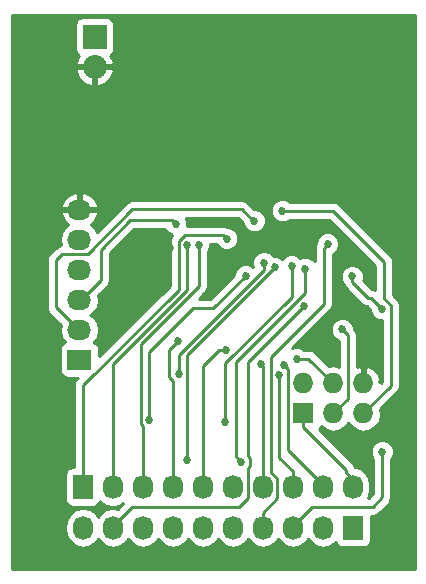
<source format=gbl>
G04 #@! TF.FileFunction,Copper,L2,Bot,Signal*
%FSLAX46Y46*%
G04 Gerber Fmt 4.6, Leading zero omitted, Abs format (unit mm)*
G04 Created by KiCad (PCBNEW 4.0.1-3.201512221402+6198~38~ubuntu14.04.1-stable) date Tue 12 Jul 2016 08:06:01 PM PDT*
%MOMM*%
G01*
G04 APERTURE LIST*
%ADD10C,0.100000*%
%ADD11R,2.032000X2.032000*%
%ADD12O,2.032000X2.032000*%
%ADD13R,1.727200X2.032000*%
%ADD14O,1.727200X2.032000*%
%ADD15R,2.032000X1.727200*%
%ADD16O,2.032000X1.727200*%
%ADD17R,1.727200X1.727200*%
%ADD18O,1.727200X1.727200*%
%ADD19C,0.685800*%
%ADD20C,0.254000*%
G04 APERTURE END LIST*
D10*
D11*
X113284000Y-89662000D03*
D12*
X113284000Y-92202000D03*
D13*
X112268000Y-127762000D03*
D14*
X114808000Y-127762000D03*
X117348000Y-127762000D03*
X119888000Y-127762000D03*
X122428000Y-127762000D03*
X124968000Y-127762000D03*
X127508000Y-127762000D03*
X130048000Y-127762000D03*
X132588000Y-127762000D03*
X135128000Y-127762000D03*
D13*
X135153400Y-131216400D03*
D14*
X132613400Y-131216400D03*
X130073400Y-131216400D03*
X127533400Y-131216400D03*
X124993400Y-131216400D03*
X122453400Y-131216400D03*
X119913400Y-131216400D03*
X117373400Y-131216400D03*
X114833400Y-131216400D03*
X112293400Y-131216400D03*
D15*
X111988600Y-116992400D03*
D16*
X111988600Y-114452400D03*
X111988600Y-111912400D03*
X111988600Y-109372400D03*
X111988600Y-106832400D03*
X111988600Y-104292400D03*
D17*
X130937000Y-121539000D03*
D18*
X130937000Y-118999000D03*
X133477000Y-121539000D03*
X133477000Y-118999000D03*
X136017000Y-121539000D03*
X136017000Y-118999000D03*
D19*
X129159000Y-104378000D03*
X119650603Y-107559963D03*
X122643920Y-111633000D03*
X117348000Y-110871000D03*
X114808000Y-112141000D03*
X135763000Y-108458000D03*
X119634000Y-106553000D03*
X126777526Y-105223882D03*
X120142000Y-105537000D03*
X134239000Y-114427000D03*
X130371720Y-116898912D03*
X124460000Y-106730800D03*
X121098425Y-107268807D03*
X122072400Y-107289600D03*
X120307101Y-115404899D03*
X124409200Y-116128800D03*
X127393680Y-117367263D03*
X128892320Y-118291779D03*
X129286000Y-117398800D03*
X137617200Y-124764800D03*
X137566400Y-112674400D03*
X135077200Y-109931200D03*
X132994400Y-107188000D03*
X125691920Y-125628400D03*
X131114800Y-109270800D03*
X129946400Y-109016800D03*
X124307600Y-122275600D03*
X121107200Y-125476000D03*
X128524000Y-109169200D03*
X120383280Y-118224320D03*
X127609600Y-108762800D03*
X130966289Y-112475089D03*
X117906800Y-122072400D03*
X126067640Y-109883348D03*
D20*
X129643933Y-104378000D02*
X129159000Y-104378000D01*
X133461000Y-104378000D02*
X129643933Y-104378000D01*
X137795000Y-111831624D02*
X137795000Y-108712000D01*
X138341102Y-112377726D02*
X137795000Y-111831624D01*
X137795000Y-108712000D02*
X133461000Y-104378000D01*
X136017000Y-121539000D02*
X138341102Y-119214898D01*
X138341102Y-119214898D02*
X138341102Y-112377726D01*
X126686882Y-105223882D02*
X126777526Y-105223882D01*
X109982000Y-108585000D02*
X110515390Y-108051610D01*
X109982000Y-112547400D02*
X109982000Y-108585000D01*
X116466544Y-104267000D02*
X125730000Y-104267000D01*
X111861600Y-114427000D02*
X109982000Y-112547400D01*
X112014000Y-114427000D02*
X111861600Y-114427000D01*
X110515390Y-108051610D02*
X112681934Y-108051610D01*
X125730000Y-104267000D02*
X126686882Y-105223882D01*
X112681934Y-108051610D02*
X116466544Y-104267000D01*
X113792000Y-107659980D02*
X113792000Y-110261400D01*
X116257879Y-105194101D02*
X113792000Y-107659980D01*
X113792000Y-110261400D02*
X112166400Y-111887000D01*
X112166400Y-111887000D02*
X112014000Y-111887000D01*
X119799101Y-105194101D02*
X116257879Y-105194101D01*
X120142000Y-105537000D02*
X119799101Y-105194101D01*
X111861600Y-111887000D02*
X112014000Y-111887000D01*
X135128000Y-127101600D02*
X134569200Y-126542800D01*
X134569200Y-126542800D02*
X134569200Y-126288800D01*
X135128000Y-127762000D02*
X135128000Y-127101600D01*
X134569200Y-126288800D02*
X130937000Y-122656600D01*
X130937000Y-122656600D02*
X130937000Y-121539000D01*
X135128000Y-127762000D02*
X135128000Y-127609600D01*
X135128000Y-127609600D02*
X135178800Y-127558800D01*
X134721601Y-114909601D02*
X134239000Y-114427000D01*
X133477000Y-121539000D02*
X134721601Y-120294399D01*
X134721601Y-120294399D02*
X134721601Y-114909601D01*
X133477000Y-118999000D02*
X131376912Y-116898912D01*
X130856653Y-116898912D02*
X130371720Y-116898912D01*
X131376912Y-116898912D02*
X130856653Y-116898912D01*
X112268000Y-127762000D02*
X112268000Y-119155092D01*
X120907955Y-106387901D02*
X124117101Y-106387901D01*
X112268000Y-119155092D02*
X120374523Y-111048569D01*
X120374523Y-111048569D02*
X120374523Y-106921333D01*
X120374523Y-106921333D02*
X120907955Y-106387901D01*
X124117101Y-106387901D02*
X124460000Y-106730800D01*
X121098425Y-111043103D02*
X121098425Y-107753740D01*
X114808000Y-127762000D02*
X114808000Y-117333528D01*
X114808000Y-117333528D02*
X121098425Y-111043103D01*
X121098425Y-107753740D02*
X121098425Y-107268807D01*
X122072400Y-107774533D02*
X122072400Y-107289600D01*
X122072400Y-110787564D02*
X122072400Y-107774533D01*
X117166013Y-122402989D02*
X117166013Y-115693951D01*
X117348000Y-122584976D02*
X117166013Y-122402989D01*
X117348000Y-127762000D02*
X117348000Y-122584976D01*
X117166013Y-115693951D02*
X122072400Y-110787564D01*
X119888000Y-127762000D02*
X119888000Y-118800414D01*
X119888000Y-118800414D02*
X119545101Y-118457515D01*
X119545101Y-118457515D02*
X119545101Y-116166899D01*
X119545101Y-116166899D02*
X119888000Y-115824000D01*
X119888000Y-115824000D02*
X120307101Y-115404899D01*
X122428000Y-117500400D02*
X123799600Y-116128800D01*
X123799600Y-116128800D02*
X124409200Y-116128800D01*
X122428000Y-127762000D02*
X122428000Y-117500400D01*
X127508000Y-127762000D02*
X127508000Y-117481583D01*
X127508000Y-117481583D02*
X127393680Y-117367263D01*
X128892320Y-125285520D02*
X128892320Y-118776712D01*
X130048000Y-126441200D02*
X128892320Y-125285520D01*
X130048000Y-127762000D02*
X130048000Y-126441200D01*
X128892320Y-118776712D02*
X128892320Y-118291779D01*
X129286000Y-117398800D02*
X129628899Y-117741699D01*
X129628899Y-117741699D02*
X129628899Y-124650499D01*
X129628899Y-124650499D02*
X132588000Y-127609600D01*
X132588000Y-127609600D02*
X132588000Y-127762000D01*
X136804400Y-129438400D02*
X131699000Y-129438400D01*
X131699000Y-129438400D02*
X130073400Y-131064000D01*
X130073400Y-131064000D02*
X130073400Y-131216400D01*
X137617200Y-128625600D02*
X136804400Y-129438400D01*
X137617200Y-124764800D02*
X137617200Y-128625600D01*
X136398000Y-111736933D02*
X136628933Y-111736933D01*
X136628933Y-111736933D02*
X137566400Y-112674400D01*
X135077200Y-109931200D02*
X135077200Y-110416133D01*
X135077200Y-110416133D02*
X136398000Y-111736933D01*
X128168400Y-116738400D02*
X128168400Y-126509856D01*
X128168400Y-126509856D02*
X128752610Y-127094066D01*
X128752610Y-127094066D02*
X128752610Y-128727190D01*
X128752610Y-128727190D02*
X127533400Y-129946400D01*
X127533400Y-129946400D02*
X127533400Y-131216400D01*
X132651501Y-112255299D02*
X128168400Y-116738400D01*
X132994400Y-107188000D02*
X132651501Y-107530899D01*
X132651501Y-107530899D02*
X132651501Y-112255299D01*
X131114800Y-111302800D02*
X125222000Y-117195600D01*
X125349021Y-125285501D02*
X125691920Y-125628400D01*
X125222000Y-125158480D02*
X125349021Y-125285501D01*
X131114800Y-109270800D02*
X131114800Y-111302800D01*
X125222000Y-117195600D02*
X125222000Y-125158480D01*
X129946400Y-111651164D02*
X129946400Y-109501733D01*
X124307600Y-122275600D02*
X124307600Y-117289964D01*
X129946400Y-109501733D02*
X129946400Y-109016800D01*
X124307600Y-117289964D02*
X129946400Y-111651164D01*
X121107200Y-116586000D02*
X121107200Y-125476000D01*
X128524000Y-109169200D02*
X121107200Y-116586000D01*
X120383280Y-116591484D02*
X120383280Y-117739387D01*
X127609600Y-109365164D02*
X120383280Y-116591484D01*
X127609600Y-108762800D02*
X127609600Y-109365164D01*
X120383280Y-117739387D02*
X120383280Y-118224320D01*
X126263390Y-117177988D02*
X130623390Y-112817988D01*
X126415822Y-125975874D02*
X126415822Y-125280926D01*
X126263390Y-125128494D02*
X126263390Y-117177988D01*
X126263390Y-126128306D02*
X126415822Y-125975874D01*
X126263390Y-128701810D02*
X126263390Y-126128306D01*
X125526800Y-129438400D02*
X126263390Y-128701810D01*
X114833400Y-131064000D02*
X116459000Y-129438400D01*
X126415822Y-125280926D02*
X126263390Y-125128494D01*
X116459000Y-129438400D02*
X125526800Y-129438400D01*
X114833400Y-131216400D02*
X114833400Y-131064000D01*
X130623390Y-112817988D02*
X130966289Y-112475089D01*
X117889914Y-120531514D02*
X117906800Y-120548400D01*
X117906800Y-120548400D02*
X117906800Y-122072400D01*
X117889914Y-118224320D02*
X117889914Y-120531514D01*
X121564400Y-112623600D02*
X117889914Y-116298086D01*
X126067640Y-109883348D02*
X123327388Y-112623600D01*
X123327388Y-112623600D02*
X121564400Y-112623600D01*
X117889914Y-117739387D02*
X117889914Y-118224320D01*
X117889914Y-116298086D02*
X117889914Y-117739387D01*
G36*
X140387000Y-134672000D02*
X106247000Y-134672000D01*
X106247000Y-108585000D01*
X109220000Y-108585000D01*
X109220000Y-112547400D01*
X109278004Y-112839005D01*
X109394869Y-113013905D01*
X109443185Y-113086215D01*
X110388893Y-114031923D01*
X110305255Y-114452400D01*
X110419329Y-115025889D01*
X110744185Y-115512070D01*
X110758513Y-115521643D01*
X110737283Y-115525638D01*
X110521159Y-115664710D01*
X110376169Y-115876910D01*
X110325160Y-116128800D01*
X110325160Y-117856000D01*
X110369438Y-118091317D01*
X110508510Y-118307441D01*
X110720710Y-118452431D01*
X110972600Y-118503440D01*
X111842022Y-118503440D01*
X111729185Y-118616277D01*
X111564004Y-118863487D01*
X111506000Y-119155092D01*
X111506000Y-126098560D01*
X111404400Y-126098560D01*
X111169083Y-126142838D01*
X110952959Y-126281910D01*
X110807969Y-126494110D01*
X110756960Y-126746000D01*
X110756960Y-128778000D01*
X110801238Y-129013317D01*
X110940310Y-129229441D01*
X111152510Y-129374431D01*
X111404400Y-129425440D01*
X113131600Y-129425440D01*
X113366917Y-129381162D01*
X113583041Y-129242090D01*
X113728031Y-129029890D01*
X113736400Y-128988561D01*
X113748330Y-129006415D01*
X114234511Y-129331271D01*
X114808000Y-129445345D01*
X115381489Y-129331271D01*
X115703980Y-129115789D01*
X115211505Y-129608265D01*
X114833400Y-129533055D01*
X114259911Y-129647129D01*
X113773730Y-129971985D01*
X113563400Y-130286766D01*
X113353070Y-129971985D01*
X112866889Y-129647129D01*
X112293400Y-129533055D01*
X111719911Y-129647129D01*
X111233730Y-129971985D01*
X110908874Y-130458166D01*
X110794800Y-131031655D01*
X110794800Y-131401145D01*
X110908874Y-131974634D01*
X111233730Y-132460815D01*
X111719911Y-132785671D01*
X112293400Y-132899745D01*
X112866889Y-132785671D01*
X113353070Y-132460815D01*
X113563400Y-132146034D01*
X113773730Y-132460815D01*
X114259911Y-132785671D01*
X114833400Y-132899745D01*
X115406889Y-132785671D01*
X115893070Y-132460815D01*
X116103400Y-132146034D01*
X116313730Y-132460815D01*
X116799911Y-132785671D01*
X117373400Y-132899745D01*
X117946889Y-132785671D01*
X118433070Y-132460815D01*
X118643400Y-132146034D01*
X118853730Y-132460815D01*
X119339911Y-132785671D01*
X119913400Y-132899745D01*
X120486889Y-132785671D01*
X120973070Y-132460815D01*
X121183400Y-132146034D01*
X121393730Y-132460815D01*
X121879911Y-132785671D01*
X122453400Y-132899745D01*
X123026889Y-132785671D01*
X123513070Y-132460815D01*
X123723400Y-132146034D01*
X123933730Y-132460815D01*
X124419911Y-132785671D01*
X124993400Y-132899745D01*
X125566889Y-132785671D01*
X126053070Y-132460815D01*
X126263400Y-132146034D01*
X126473730Y-132460815D01*
X126959911Y-132785671D01*
X127533400Y-132899745D01*
X128106889Y-132785671D01*
X128593070Y-132460815D01*
X128803400Y-132146034D01*
X129013730Y-132460815D01*
X129499911Y-132785671D01*
X130073400Y-132899745D01*
X130646889Y-132785671D01*
X131133070Y-132460815D01*
X131343400Y-132146034D01*
X131553730Y-132460815D01*
X132039911Y-132785671D01*
X132613400Y-132899745D01*
X133186889Y-132785671D01*
X133673070Y-132460815D01*
X133682643Y-132446487D01*
X133686638Y-132467717D01*
X133825710Y-132683841D01*
X134037910Y-132828831D01*
X134289800Y-132879840D01*
X136017000Y-132879840D01*
X136252317Y-132835562D01*
X136468441Y-132696490D01*
X136613431Y-132484290D01*
X136664440Y-132232400D01*
X136664440Y-130200400D01*
X136804400Y-130200400D01*
X137096005Y-130142396D01*
X137343215Y-129977215D01*
X138156016Y-129164415D01*
X138270274Y-128993415D01*
X138321196Y-128917205D01*
X138379200Y-128625600D01*
X138379200Y-125385883D01*
X138445740Y-125319459D01*
X138594930Y-124960170D01*
X138595269Y-124571137D01*
X138446707Y-124211588D01*
X138171859Y-123936260D01*
X137812570Y-123787070D01*
X137423537Y-123786731D01*
X137063988Y-123935293D01*
X136788660Y-124210141D01*
X136639470Y-124569430D01*
X136639131Y-124958463D01*
X136787693Y-125318012D01*
X136855200Y-125385637D01*
X136855200Y-128309969D01*
X136488770Y-128676400D01*
X136408179Y-128676400D01*
X136512526Y-128520234D01*
X136626600Y-127946745D01*
X136626600Y-127577255D01*
X136512526Y-127003766D01*
X136187670Y-126517585D01*
X135701489Y-126192729D01*
X135296049Y-126112082D01*
X135273197Y-125997196D01*
X135108016Y-125749985D01*
X132235417Y-122877387D01*
X132252041Y-122866690D01*
X132397031Y-122654490D01*
X132405864Y-122610869D01*
X132417330Y-122628029D01*
X132903511Y-122952885D01*
X133477000Y-123066959D01*
X134050489Y-122952885D01*
X134536670Y-122628029D01*
X134747000Y-122313248D01*
X134957330Y-122628029D01*
X135443511Y-122952885D01*
X136017000Y-123066959D01*
X136590489Y-122952885D01*
X137076670Y-122628029D01*
X137401526Y-122141848D01*
X137515600Y-121568359D01*
X137515600Y-121509641D01*
X137450628Y-121183003D01*
X138879918Y-119753713D01*
X139045099Y-119506502D01*
X139103102Y-119214898D01*
X139103102Y-112377726D01*
X139045098Y-112086121D01*
X138879917Y-111838911D01*
X138557000Y-111515994D01*
X138557000Y-108712000D01*
X138535351Y-108603164D01*
X138498997Y-108420396D01*
X138333816Y-108173185D01*
X133999815Y-103839185D01*
X133833692Y-103728185D01*
X133752605Y-103674004D01*
X133461000Y-103616000D01*
X129780083Y-103616000D01*
X129713659Y-103549460D01*
X129354370Y-103400270D01*
X128965337Y-103399931D01*
X128605788Y-103548493D01*
X128330460Y-103823341D01*
X128181270Y-104182630D01*
X128180931Y-104571663D01*
X128329493Y-104931212D01*
X128604341Y-105206540D01*
X128963630Y-105355730D01*
X129352663Y-105356069D01*
X129712212Y-105207507D01*
X129779837Y-105140000D01*
X133145370Y-105140000D01*
X137033000Y-109027631D01*
X137033000Y-111108082D01*
X136920538Y-111032937D01*
X136734662Y-110995964D01*
X135999282Y-110260585D01*
X136054930Y-110126570D01*
X136055269Y-109737537D01*
X135906707Y-109377988D01*
X135631859Y-109102660D01*
X135272570Y-108953470D01*
X134883537Y-108953131D01*
X134523988Y-109101693D01*
X134248660Y-109376541D01*
X134099470Y-109735830D01*
X134099131Y-110124863D01*
X134247693Y-110484412D01*
X134348960Y-110585856D01*
X134373204Y-110707738D01*
X134482293Y-110871000D01*
X134538385Y-110954948D01*
X135859184Y-112275748D01*
X136011805Y-112377726D01*
X136106395Y-112440929D01*
X136292272Y-112477902D01*
X136588413Y-112774043D01*
X136588331Y-112868063D01*
X136736893Y-113227612D01*
X137011741Y-113502940D01*
X137371030Y-113652130D01*
X137579102Y-113652311D01*
X137579102Y-118899267D01*
X137515600Y-118962769D01*
X137515600Y-118871998D01*
X137351470Y-118871998D01*
X137471968Y-118639973D01*
X137223821Y-118110510D01*
X136791947Y-117716312D01*
X136376026Y-117544042D01*
X136144000Y-117665183D01*
X136144000Y-118872000D01*
X136164000Y-118872000D01*
X136164000Y-119126000D01*
X136144000Y-119126000D01*
X136144000Y-119146000D01*
X135890000Y-119146000D01*
X135890000Y-119126000D01*
X135870000Y-119126000D01*
X135870000Y-118872000D01*
X135890000Y-118872000D01*
X135890000Y-117665183D01*
X135657974Y-117544042D01*
X135483601Y-117616265D01*
X135483601Y-114909601D01*
X135425597Y-114617996D01*
X135260416Y-114370786D01*
X135216987Y-114327357D01*
X135217069Y-114233337D01*
X135068507Y-113873788D01*
X134793659Y-113598460D01*
X134434370Y-113449270D01*
X134045337Y-113448931D01*
X133685788Y-113597493D01*
X133410460Y-113872341D01*
X133261270Y-114231630D01*
X133260931Y-114620663D01*
X133409493Y-114980212D01*
X133684341Y-115255540D01*
X133959601Y-115369838D01*
X133959601Y-117567036D01*
X133477000Y-117471041D01*
X133101385Y-117545755D01*
X131915727Y-116360097D01*
X131892015Y-116344253D01*
X131668517Y-116194916D01*
X131376912Y-116136912D01*
X130992803Y-116136912D01*
X130926379Y-116070372D01*
X130567090Y-115921182D01*
X130178057Y-115920843D01*
X129982986Y-116001444D01*
X133190316Y-112794115D01*
X133355497Y-112546904D01*
X133413501Y-112255299D01*
X133413501Y-108072920D01*
X133547612Y-108017507D01*
X133822940Y-107742659D01*
X133972130Y-107383370D01*
X133972469Y-106994337D01*
X133823907Y-106634788D01*
X133549059Y-106359460D01*
X133189770Y-106210270D01*
X132800737Y-106209931D01*
X132441188Y-106358493D01*
X132165860Y-106633341D01*
X132016670Y-106992630D01*
X132016545Y-107135969D01*
X131947505Y-107239294D01*
X131889501Y-107530899D01*
X131889501Y-108662686D01*
X131669459Y-108442260D01*
X131310170Y-108293070D01*
X130921137Y-108292731D01*
X130697565Y-108385109D01*
X130501059Y-108188260D01*
X130141770Y-108039070D01*
X129752737Y-108038731D01*
X129393188Y-108187293D01*
X129158966Y-108421107D01*
X129078659Y-108340660D01*
X128719370Y-108191470D01*
X128420761Y-108191210D01*
X128164259Y-107934260D01*
X127804970Y-107785070D01*
X127415937Y-107784731D01*
X127056388Y-107933293D01*
X126781060Y-108208141D01*
X126631870Y-108567430D01*
X126631531Y-108956463D01*
X126707384Y-109140041D01*
X126622299Y-109054808D01*
X126263010Y-108905618D01*
X125873977Y-108905279D01*
X125514428Y-109053841D01*
X125239100Y-109328689D01*
X125089910Y-109687978D01*
X125089827Y-109783530D01*
X123011758Y-111861600D01*
X122075994Y-111861600D01*
X122611215Y-111326379D01*
X122633646Y-111292809D01*
X122776396Y-111079169D01*
X122834400Y-110787564D01*
X122834400Y-107910683D01*
X122900940Y-107844259D01*
X123050130Y-107484970D01*
X123050422Y-107149901D01*
X123575080Y-107149901D01*
X123630493Y-107284012D01*
X123905341Y-107559340D01*
X124264630Y-107708530D01*
X124653663Y-107708869D01*
X125013212Y-107560307D01*
X125288540Y-107285459D01*
X125437730Y-106926170D01*
X125438069Y-106537137D01*
X125289507Y-106177588D01*
X125014659Y-105902260D01*
X124655370Y-105753070D01*
X124512031Y-105752945D01*
X124408706Y-105683905D01*
X124117101Y-105625901D01*
X121119823Y-105625901D01*
X121120069Y-105343337D01*
X120990188Y-105029000D01*
X125414370Y-105029000D01*
X125799460Y-105414091D01*
X125799457Y-105417545D01*
X125948019Y-105777094D01*
X126222867Y-106052422D01*
X126582156Y-106201612D01*
X126971189Y-106201951D01*
X127330738Y-106053389D01*
X127606066Y-105778541D01*
X127755256Y-105419252D01*
X127755595Y-105030219D01*
X127607033Y-104670670D01*
X127332185Y-104395342D01*
X126972896Y-104246152D01*
X126786620Y-104245990D01*
X126268814Y-103728184D01*
X126021605Y-103563004D01*
X125730000Y-103505000D01*
X116466544Y-103505000D01*
X116174939Y-103563004D01*
X116095625Y-103616000D01*
X115927729Y-103728184D01*
X113493436Y-106162477D01*
X113233015Y-105772730D01*
X112923531Y-105565939D01*
X113339332Y-105194436D01*
X113593309Y-104667191D01*
X113595958Y-104651426D01*
X113474817Y-104419400D01*
X112115600Y-104419400D01*
X112115600Y-104439400D01*
X111861600Y-104439400D01*
X111861600Y-104419400D01*
X110502383Y-104419400D01*
X110381242Y-104651426D01*
X110383891Y-104667191D01*
X110637868Y-105194436D01*
X111053669Y-105565939D01*
X110744185Y-105772730D01*
X110419329Y-106258911D01*
X110305255Y-106832400D01*
X110400736Y-107312416D01*
X110223785Y-107347614D01*
X109976574Y-107512795D01*
X109443185Y-108046185D01*
X109278004Y-108293395D01*
X109220000Y-108585000D01*
X106247000Y-108585000D01*
X106247000Y-103933374D01*
X110381242Y-103933374D01*
X110502383Y-104165400D01*
X111861600Y-104165400D01*
X111861600Y-102951476D01*
X112115600Y-102951476D01*
X112115600Y-104165400D01*
X113474817Y-104165400D01*
X113595958Y-103933374D01*
X113593309Y-103917609D01*
X113339332Y-103390364D01*
X112902920Y-103000446D01*
X112350513Y-102807216D01*
X112115600Y-102951476D01*
X111861600Y-102951476D01*
X111626687Y-102807216D01*
X111074280Y-103000446D01*
X110637868Y-103390364D01*
X110383891Y-103917609D01*
X110381242Y-103933374D01*
X106247000Y-103933374D01*
X106247000Y-92584944D01*
X111678025Y-92584944D01*
X111877615Y-93066818D01*
X112315621Y-93539188D01*
X112901054Y-93807983D01*
X113157000Y-93689367D01*
X113157000Y-92329000D01*
X113411000Y-92329000D01*
X113411000Y-93689367D01*
X113666946Y-93807983D01*
X114252379Y-93539188D01*
X114690385Y-93066818D01*
X114889975Y-92584944D01*
X114770836Y-92329000D01*
X113411000Y-92329000D01*
X113157000Y-92329000D01*
X111797164Y-92329000D01*
X111678025Y-92584944D01*
X106247000Y-92584944D01*
X106247000Y-88646000D01*
X111620560Y-88646000D01*
X111620560Y-90678000D01*
X111664838Y-90913317D01*
X111803910Y-91129441D01*
X111966948Y-91240840D01*
X111877615Y-91337182D01*
X111678025Y-91819056D01*
X111797164Y-92075000D01*
X113157000Y-92075000D01*
X113157000Y-92055000D01*
X113411000Y-92055000D01*
X113411000Y-92075000D01*
X114770836Y-92075000D01*
X114889975Y-91819056D01*
X114690385Y-91337182D01*
X114599903Y-91239602D01*
X114751441Y-91142090D01*
X114896431Y-90929890D01*
X114947440Y-90678000D01*
X114947440Y-88646000D01*
X114903162Y-88410683D01*
X114764090Y-88194559D01*
X114551890Y-88049569D01*
X114300000Y-87998560D01*
X112268000Y-87998560D01*
X112032683Y-88042838D01*
X111816559Y-88181910D01*
X111671569Y-88394110D01*
X111620560Y-88646000D01*
X106247000Y-88646000D01*
X106247000Y-87832000D01*
X140387000Y-87832000D01*
X140387000Y-134672000D01*
X140387000Y-134672000D01*
G37*
X140387000Y-134672000D02*
X106247000Y-134672000D01*
X106247000Y-108585000D01*
X109220000Y-108585000D01*
X109220000Y-112547400D01*
X109278004Y-112839005D01*
X109394869Y-113013905D01*
X109443185Y-113086215D01*
X110388893Y-114031923D01*
X110305255Y-114452400D01*
X110419329Y-115025889D01*
X110744185Y-115512070D01*
X110758513Y-115521643D01*
X110737283Y-115525638D01*
X110521159Y-115664710D01*
X110376169Y-115876910D01*
X110325160Y-116128800D01*
X110325160Y-117856000D01*
X110369438Y-118091317D01*
X110508510Y-118307441D01*
X110720710Y-118452431D01*
X110972600Y-118503440D01*
X111842022Y-118503440D01*
X111729185Y-118616277D01*
X111564004Y-118863487D01*
X111506000Y-119155092D01*
X111506000Y-126098560D01*
X111404400Y-126098560D01*
X111169083Y-126142838D01*
X110952959Y-126281910D01*
X110807969Y-126494110D01*
X110756960Y-126746000D01*
X110756960Y-128778000D01*
X110801238Y-129013317D01*
X110940310Y-129229441D01*
X111152510Y-129374431D01*
X111404400Y-129425440D01*
X113131600Y-129425440D01*
X113366917Y-129381162D01*
X113583041Y-129242090D01*
X113728031Y-129029890D01*
X113736400Y-128988561D01*
X113748330Y-129006415D01*
X114234511Y-129331271D01*
X114808000Y-129445345D01*
X115381489Y-129331271D01*
X115703980Y-129115789D01*
X115211505Y-129608265D01*
X114833400Y-129533055D01*
X114259911Y-129647129D01*
X113773730Y-129971985D01*
X113563400Y-130286766D01*
X113353070Y-129971985D01*
X112866889Y-129647129D01*
X112293400Y-129533055D01*
X111719911Y-129647129D01*
X111233730Y-129971985D01*
X110908874Y-130458166D01*
X110794800Y-131031655D01*
X110794800Y-131401145D01*
X110908874Y-131974634D01*
X111233730Y-132460815D01*
X111719911Y-132785671D01*
X112293400Y-132899745D01*
X112866889Y-132785671D01*
X113353070Y-132460815D01*
X113563400Y-132146034D01*
X113773730Y-132460815D01*
X114259911Y-132785671D01*
X114833400Y-132899745D01*
X115406889Y-132785671D01*
X115893070Y-132460815D01*
X116103400Y-132146034D01*
X116313730Y-132460815D01*
X116799911Y-132785671D01*
X117373400Y-132899745D01*
X117946889Y-132785671D01*
X118433070Y-132460815D01*
X118643400Y-132146034D01*
X118853730Y-132460815D01*
X119339911Y-132785671D01*
X119913400Y-132899745D01*
X120486889Y-132785671D01*
X120973070Y-132460815D01*
X121183400Y-132146034D01*
X121393730Y-132460815D01*
X121879911Y-132785671D01*
X122453400Y-132899745D01*
X123026889Y-132785671D01*
X123513070Y-132460815D01*
X123723400Y-132146034D01*
X123933730Y-132460815D01*
X124419911Y-132785671D01*
X124993400Y-132899745D01*
X125566889Y-132785671D01*
X126053070Y-132460815D01*
X126263400Y-132146034D01*
X126473730Y-132460815D01*
X126959911Y-132785671D01*
X127533400Y-132899745D01*
X128106889Y-132785671D01*
X128593070Y-132460815D01*
X128803400Y-132146034D01*
X129013730Y-132460815D01*
X129499911Y-132785671D01*
X130073400Y-132899745D01*
X130646889Y-132785671D01*
X131133070Y-132460815D01*
X131343400Y-132146034D01*
X131553730Y-132460815D01*
X132039911Y-132785671D01*
X132613400Y-132899745D01*
X133186889Y-132785671D01*
X133673070Y-132460815D01*
X133682643Y-132446487D01*
X133686638Y-132467717D01*
X133825710Y-132683841D01*
X134037910Y-132828831D01*
X134289800Y-132879840D01*
X136017000Y-132879840D01*
X136252317Y-132835562D01*
X136468441Y-132696490D01*
X136613431Y-132484290D01*
X136664440Y-132232400D01*
X136664440Y-130200400D01*
X136804400Y-130200400D01*
X137096005Y-130142396D01*
X137343215Y-129977215D01*
X138156016Y-129164415D01*
X138270274Y-128993415D01*
X138321196Y-128917205D01*
X138379200Y-128625600D01*
X138379200Y-125385883D01*
X138445740Y-125319459D01*
X138594930Y-124960170D01*
X138595269Y-124571137D01*
X138446707Y-124211588D01*
X138171859Y-123936260D01*
X137812570Y-123787070D01*
X137423537Y-123786731D01*
X137063988Y-123935293D01*
X136788660Y-124210141D01*
X136639470Y-124569430D01*
X136639131Y-124958463D01*
X136787693Y-125318012D01*
X136855200Y-125385637D01*
X136855200Y-128309969D01*
X136488770Y-128676400D01*
X136408179Y-128676400D01*
X136512526Y-128520234D01*
X136626600Y-127946745D01*
X136626600Y-127577255D01*
X136512526Y-127003766D01*
X136187670Y-126517585D01*
X135701489Y-126192729D01*
X135296049Y-126112082D01*
X135273197Y-125997196D01*
X135108016Y-125749985D01*
X132235417Y-122877387D01*
X132252041Y-122866690D01*
X132397031Y-122654490D01*
X132405864Y-122610869D01*
X132417330Y-122628029D01*
X132903511Y-122952885D01*
X133477000Y-123066959D01*
X134050489Y-122952885D01*
X134536670Y-122628029D01*
X134747000Y-122313248D01*
X134957330Y-122628029D01*
X135443511Y-122952885D01*
X136017000Y-123066959D01*
X136590489Y-122952885D01*
X137076670Y-122628029D01*
X137401526Y-122141848D01*
X137515600Y-121568359D01*
X137515600Y-121509641D01*
X137450628Y-121183003D01*
X138879918Y-119753713D01*
X139045099Y-119506502D01*
X139103102Y-119214898D01*
X139103102Y-112377726D01*
X139045098Y-112086121D01*
X138879917Y-111838911D01*
X138557000Y-111515994D01*
X138557000Y-108712000D01*
X138535351Y-108603164D01*
X138498997Y-108420396D01*
X138333816Y-108173185D01*
X133999815Y-103839185D01*
X133833692Y-103728185D01*
X133752605Y-103674004D01*
X133461000Y-103616000D01*
X129780083Y-103616000D01*
X129713659Y-103549460D01*
X129354370Y-103400270D01*
X128965337Y-103399931D01*
X128605788Y-103548493D01*
X128330460Y-103823341D01*
X128181270Y-104182630D01*
X128180931Y-104571663D01*
X128329493Y-104931212D01*
X128604341Y-105206540D01*
X128963630Y-105355730D01*
X129352663Y-105356069D01*
X129712212Y-105207507D01*
X129779837Y-105140000D01*
X133145370Y-105140000D01*
X137033000Y-109027631D01*
X137033000Y-111108082D01*
X136920538Y-111032937D01*
X136734662Y-110995964D01*
X135999282Y-110260585D01*
X136054930Y-110126570D01*
X136055269Y-109737537D01*
X135906707Y-109377988D01*
X135631859Y-109102660D01*
X135272570Y-108953470D01*
X134883537Y-108953131D01*
X134523988Y-109101693D01*
X134248660Y-109376541D01*
X134099470Y-109735830D01*
X134099131Y-110124863D01*
X134247693Y-110484412D01*
X134348960Y-110585856D01*
X134373204Y-110707738D01*
X134482293Y-110871000D01*
X134538385Y-110954948D01*
X135859184Y-112275748D01*
X136011805Y-112377726D01*
X136106395Y-112440929D01*
X136292272Y-112477902D01*
X136588413Y-112774043D01*
X136588331Y-112868063D01*
X136736893Y-113227612D01*
X137011741Y-113502940D01*
X137371030Y-113652130D01*
X137579102Y-113652311D01*
X137579102Y-118899267D01*
X137515600Y-118962769D01*
X137515600Y-118871998D01*
X137351470Y-118871998D01*
X137471968Y-118639973D01*
X137223821Y-118110510D01*
X136791947Y-117716312D01*
X136376026Y-117544042D01*
X136144000Y-117665183D01*
X136144000Y-118872000D01*
X136164000Y-118872000D01*
X136164000Y-119126000D01*
X136144000Y-119126000D01*
X136144000Y-119146000D01*
X135890000Y-119146000D01*
X135890000Y-119126000D01*
X135870000Y-119126000D01*
X135870000Y-118872000D01*
X135890000Y-118872000D01*
X135890000Y-117665183D01*
X135657974Y-117544042D01*
X135483601Y-117616265D01*
X135483601Y-114909601D01*
X135425597Y-114617996D01*
X135260416Y-114370786D01*
X135216987Y-114327357D01*
X135217069Y-114233337D01*
X135068507Y-113873788D01*
X134793659Y-113598460D01*
X134434370Y-113449270D01*
X134045337Y-113448931D01*
X133685788Y-113597493D01*
X133410460Y-113872341D01*
X133261270Y-114231630D01*
X133260931Y-114620663D01*
X133409493Y-114980212D01*
X133684341Y-115255540D01*
X133959601Y-115369838D01*
X133959601Y-117567036D01*
X133477000Y-117471041D01*
X133101385Y-117545755D01*
X131915727Y-116360097D01*
X131892015Y-116344253D01*
X131668517Y-116194916D01*
X131376912Y-116136912D01*
X130992803Y-116136912D01*
X130926379Y-116070372D01*
X130567090Y-115921182D01*
X130178057Y-115920843D01*
X129982986Y-116001444D01*
X133190316Y-112794115D01*
X133355497Y-112546904D01*
X133413501Y-112255299D01*
X133413501Y-108072920D01*
X133547612Y-108017507D01*
X133822940Y-107742659D01*
X133972130Y-107383370D01*
X133972469Y-106994337D01*
X133823907Y-106634788D01*
X133549059Y-106359460D01*
X133189770Y-106210270D01*
X132800737Y-106209931D01*
X132441188Y-106358493D01*
X132165860Y-106633341D01*
X132016670Y-106992630D01*
X132016545Y-107135969D01*
X131947505Y-107239294D01*
X131889501Y-107530899D01*
X131889501Y-108662686D01*
X131669459Y-108442260D01*
X131310170Y-108293070D01*
X130921137Y-108292731D01*
X130697565Y-108385109D01*
X130501059Y-108188260D01*
X130141770Y-108039070D01*
X129752737Y-108038731D01*
X129393188Y-108187293D01*
X129158966Y-108421107D01*
X129078659Y-108340660D01*
X128719370Y-108191470D01*
X128420761Y-108191210D01*
X128164259Y-107934260D01*
X127804970Y-107785070D01*
X127415937Y-107784731D01*
X127056388Y-107933293D01*
X126781060Y-108208141D01*
X126631870Y-108567430D01*
X126631531Y-108956463D01*
X126707384Y-109140041D01*
X126622299Y-109054808D01*
X126263010Y-108905618D01*
X125873977Y-108905279D01*
X125514428Y-109053841D01*
X125239100Y-109328689D01*
X125089910Y-109687978D01*
X125089827Y-109783530D01*
X123011758Y-111861600D01*
X122075994Y-111861600D01*
X122611215Y-111326379D01*
X122633646Y-111292809D01*
X122776396Y-111079169D01*
X122834400Y-110787564D01*
X122834400Y-107910683D01*
X122900940Y-107844259D01*
X123050130Y-107484970D01*
X123050422Y-107149901D01*
X123575080Y-107149901D01*
X123630493Y-107284012D01*
X123905341Y-107559340D01*
X124264630Y-107708530D01*
X124653663Y-107708869D01*
X125013212Y-107560307D01*
X125288540Y-107285459D01*
X125437730Y-106926170D01*
X125438069Y-106537137D01*
X125289507Y-106177588D01*
X125014659Y-105902260D01*
X124655370Y-105753070D01*
X124512031Y-105752945D01*
X124408706Y-105683905D01*
X124117101Y-105625901D01*
X121119823Y-105625901D01*
X121120069Y-105343337D01*
X120990188Y-105029000D01*
X125414370Y-105029000D01*
X125799460Y-105414091D01*
X125799457Y-105417545D01*
X125948019Y-105777094D01*
X126222867Y-106052422D01*
X126582156Y-106201612D01*
X126971189Y-106201951D01*
X127330738Y-106053389D01*
X127606066Y-105778541D01*
X127755256Y-105419252D01*
X127755595Y-105030219D01*
X127607033Y-104670670D01*
X127332185Y-104395342D01*
X126972896Y-104246152D01*
X126786620Y-104245990D01*
X126268814Y-103728184D01*
X126021605Y-103563004D01*
X125730000Y-103505000D01*
X116466544Y-103505000D01*
X116174939Y-103563004D01*
X116095625Y-103616000D01*
X115927729Y-103728184D01*
X113493436Y-106162477D01*
X113233015Y-105772730D01*
X112923531Y-105565939D01*
X113339332Y-105194436D01*
X113593309Y-104667191D01*
X113595958Y-104651426D01*
X113474817Y-104419400D01*
X112115600Y-104419400D01*
X112115600Y-104439400D01*
X111861600Y-104439400D01*
X111861600Y-104419400D01*
X110502383Y-104419400D01*
X110381242Y-104651426D01*
X110383891Y-104667191D01*
X110637868Y-105194436D01*
X111053669Y-105565939D01*
X110744185Y-105772730D01*
X110419329Y-106258911D01*
X110305255Y-106832400D01*
X110400736Y-107312416D01*
X110223785Y-107347614D01*
X109976574Y-107512795D01*
X109443185Y-108046185D01*
X109278004Y-108293395D01*
X109220000Y-108585000D01*
X106247000Y-108585000D01*
X106247000Y-103933374D01*
X110381242Y-103933374D01*
X110502383Y-104165400D01*
X111861600Y-104165400D01*
X111861600Y-102951476D01*
X112115600Y-102951476D01*
X112115600Y-104165400D01*
X113474817Y-104165400D01*
X113595958Y-103933374D01*
X113593309Y-103917609D01*
X113339332Y-103390364D01*
X112902920Y-103000446D01*
X112350513Y-102807216D01*
X112115600Y-102951476D01*
X111861600Y-102951476D01*
X111626687Y-102807216D01*
X111074280Y-103000446D01*
X110637868Y-103390364D01*
X110383891Y-103917609D01*
X110381242Y-103933374D01*
X106247000Y-103933374D01*
X106247000Y-92584944D01*
X111678025Y-92584944D01*
X111877615Y-93066818D01*
X112315621Y-93539188D01*
X112901054Y-93807983D01*
X113157000Y-93689367D01*
X113157000Y-92329000D01*
X113411000Y-92329000D01*
X113411000Y-93689367D01*
X113666946Y-93807983D01*
X114252379Y-93539188D01*
X114690385Y-93066818D01*
X114889975Y-92584944D01*
X114770836Y-92329000D01*
X113411000Y-92329000D01*
X113157000Y-92329000D01*
X111797164Y-92329000D01*
X111678025Y-92584944D01*
X106247000Y-92584944D01*
X106247000Y-88646000D01*
X111620560Y-88646000D01*
X111620560Y-90678000D01*
X111664838Y-90913317D01*
X111803910Y-91129441D01*
X111966948Y-91240840D01*
X111877615Y-91337182D01*
X111678025Y-91819056D01*
X111797164Y-92075000D01*
X113157000Y-92075000D01*
X113157000Y-92055000D01*
X113411000Y-92055000D01*
X113411000Y-92075000D01*
X114770836Y-92075000D01*
X114889975Y-91819056D01*
X114690385Y-91337182D01*
X114599903Y-91239602D01*
X114751441Y-91142090D01*
X114896431Y-90929890D01*
X114947440Y-90678000D01*
X114947440Y-88646000D01*
X114903162Y-88410683D01*
X114764090Y-88194559D01*
X114551890Y-88049569D01*
X114300000Y-87998560D01*
X112268000Y-87998560D01*
X112032683Y-88042838D01*
X111816559Y-88181910D01*
X111671569Y-88394110D01*
X111620560Y-88646000D01*
X106247000Y-88646000D01*
X106247000Y-87832000D01*
X140387000Y-87832000D01*
X140387000Y-134672000D01*
G36*
X119312493Y-106090212D02*
X119587341Y-106365540D01*
X119790645Y-106449959D01*
X119670527Y-106629728D01*
X119612523Y-106921333D01*
X119612523Y-110732938D01*
X113652040Y-116693422D01*
X113652040Y-116128800D01*
X113607762Y-115893483D01*
X113468690Y-115677359D01*
X113256490Y-115532369D01*
X113215161Y-115524000D01*
X113233015Y-115512070D01*
X113557871Y-115025889D01*
X113671945Y-114452400D01*
X113557871Y-113878911D01*
X113233015Y-113392730D01*
X112918234Y-113182400D01*
X113233015Y-112972070D01*
X113557871Y-112485889D01*
X113671945Y-111912400D01*
X113596735Y-111534295D01*
X114330816Y-110800215D01*
X114495997Y-110553004D01*
X114554000Y-110261400D01*
X114554000Y-107975610D01*
X116573510Y-105956101D01*
X119257080Y-105956101D01*
X119312493Y-106090212D01*
X119312493Y-106090212D01*
G37*
X119312493Y-106090212D02*
X119587341Y-106365540D01*
X119790645Y-106449959D01*
X119670527Y-106629728D01*
X119612523Y-106921333D01*
X119612523Y-110732938D01*
X113652040Y-116693422D01*
X113652040Y-116128800D01*
X113607762Y-115893483D01*
X113468690Y-115677359D01*
X113256490Y-115532369D01*
X113215161Y-115524000D01*
X113233015Y-115512070D01*
X113557871Y-115025889D01*
X113671945Y-114452400D01*
X113557871Y-113878911D01*
X113233015Y-113392730D01*
X112918234Y-113182400D01*
X113233015Y-112972070D01*
X113557871Y-112485889D01*
X113671945Y-111912400D01*
X113596735Y-111534295D01*
X114330816Y-110800215D01*
X114495997Y-110553004D01*
X114554000Y-110261400D01*
X114554000Y-107975610D01*
X116573510Y-105956101D01*
X119257080Y-105956101D01*
X119312493Y-106090212D01*
M02*

</source>
